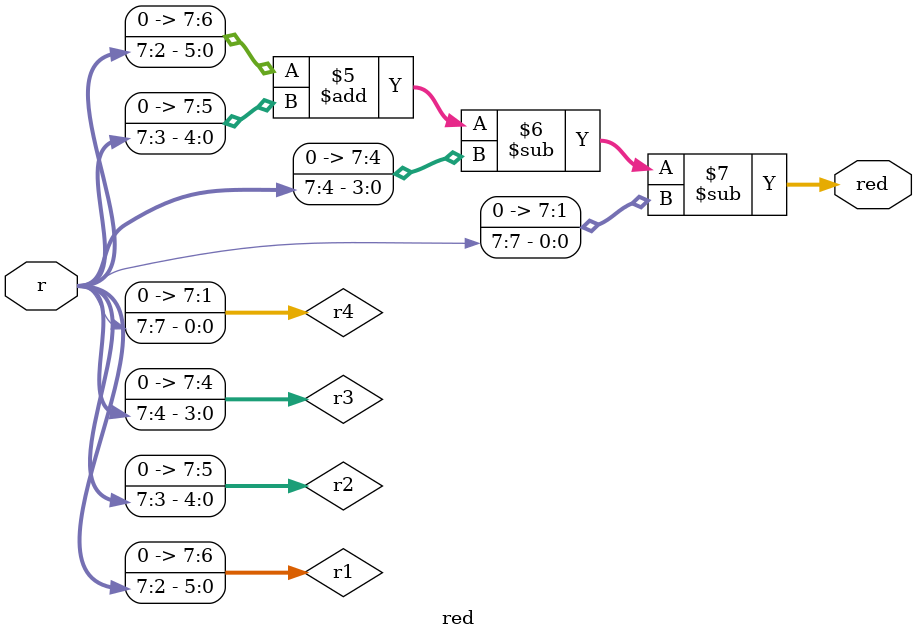
<source format=v>
module red(red,r);

input [7:0]r;

output [7:0]red;

wire [7:0]r1,r2,r3,r4;

assign r1=r>>3'd2;
assign r2=r>>3'd3;
assign r3=r>>3'd4;
assign r4=r>>3'd7;

assign red=r1+r2-r3-r4;

endmodule
</source>
